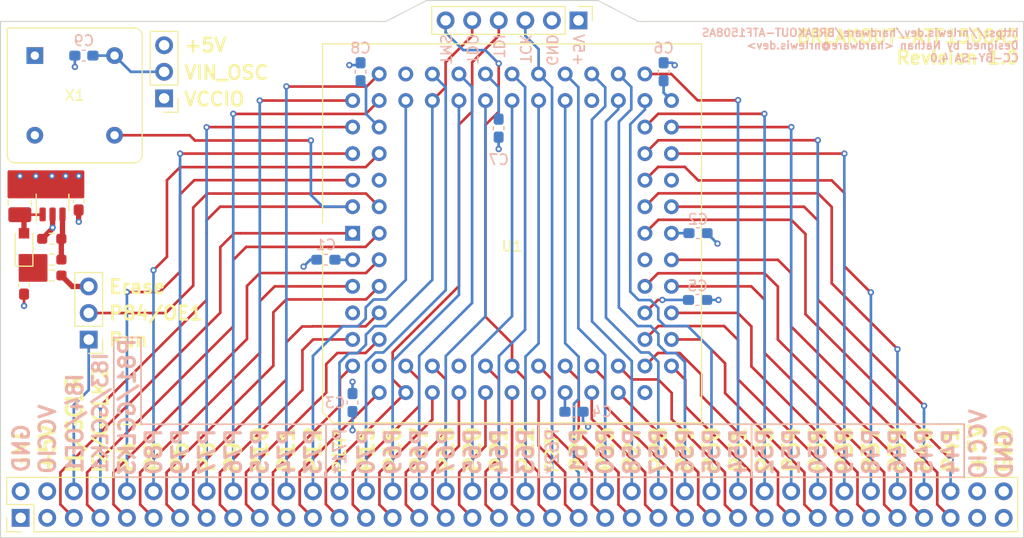
<source format=kicad_pcb>
(kicad_pcb (version 20211014) (generator pcbnew)
  (layers (0 "F.Cu" signal) (1 "In1.Cu" power) (2 "In2.Cu" power) (31 "B.Cu" signal) (34 "B.Paste" user) (35 "F.Paste" user) (36 "B.SilkS" user "B.Silkscreen") (37 "F.SilkS" user "F.Silkscreen") (38 "B.Mask" user) (39 "F.Mask" user) (44 "Edge.Cuts" user))
  (net 0 "")
  (net 1 "/P1")
  (net 2 "/P2")
  (net 3 "/P4")
  (net 4 "/P84")
  (net 5 "GND")
  (net 6 "/P83")
  (net 7 "+3V3")
  (net 8 "/P81")
  (net 9 "/P80")
  (net 10 "+5V")
  (net 11 "/P5")
  (net 12 "/P6")
  (net 13 "/P79")
  (net 14 "/P77")
  (net 15 "/P76")
  (net 16 "/P75")
  (net 17 "/P74")
  (net 18 "/P8")
  (net 19 "/P9")
  (net 20 "/P10")
  (net 21 "/P11")
  (net 22 "/P12")
  (net 23 "/P14")
  (net 24 "/P15")
  (net 25 "/P16")
  (net 26 "/P17")
  (net 27 "/P18")
  (net 28 "/P73")
  (net 29 "/P71")
  (net 30 "/P70")
  (net 31 "/P69")
  (net 32 "/P68")
  (net 33 "/P20")
  (net 34 "/P21")
  (net 35 "/P67")
  (net 36 "/P65")
  (net 37 "/P64")
  (net 38 "/P63")
  (net 39 "/P62")
  (net 40 "/P61")
  (net 41 "/P60")
  (net 42 "/P58")
  (net 43 "/P57")
  (net 44 "/P56")
  (net 45 "/P55")
  (net 46 "/P54")
  (net 47 "/P52")
  (net 48 "/P51")
  (net 49 "/P50")
  (net 50 "/P49")
  (net 51 "/P48")
  (net 52 "/P46")
  (net 53 "/P45")
  (net 54 "/P44")
  (net 55 "/P22")
  (net 56 "/P23")
  (net 57 "/P24")
  (net 58 "/P25")
  (net 59 "/P27")
  (net 60 "/P28")
  (net 61 "/P29")
  (net 62 "/P30")
  (net 63 "/P31")
  (net 64 "/P33")
  (net 65 "/P34")
  (net 66 "/P35")
  (net 67 "/P36")
  (net 68 "/P37")
  (net 69 "/P39")
  (net 70 "/P40")
  (net 71 "/P41")
  (net 73 "Net-(C9-Pad1)")
  (net 74 "+12V")
  (net 75 "Net-(D1-Pad2)")
  (net 76 "OE1")
  (net 77 "Net-(R1-Pad2)")
  (net 78 "Net-(JP2-Pad3)")
  (footprint "Resistor_SMD:R_0603_1608Metric_Pad0.98x0.95mm_HandSolder" (layer "F.Cu") (at 102.9875 94.29)
    (fp_text reference "R1" hide)
    (fp_text value "52k3" hide)
  )
  (footprint "Resistor_SMD:R_0603_1608Metric_Pad0.98x0.95mm_HandSolder" (layer "F.Cu") (at 102.99 95.81)
    (fp_text reference "R3" hide)
    (fp_text value "2k2" hide)
  )
  (footprint "Connector_PinHeader_2.54mm:PinHeader_1x06_P2.54mm_Vertical" (layer "F.Cu") (at 153.33 71.4 -90)
    (fp_text reference "J2" hide)
    (fp_text value "JTAG" hide)
  )
  (footprint "Diode_SMD:D_SOD-323_HandSoldering" (layer "F.Cu") (at 100.325 93.02 90)
    (fp_text reference "D1" hide)
    (fp_text value "1N5819" hide)
  )
  (footprint "Inductor_SMD:L_1008_2520Metric_Pad1.43x2.20mm_HandSolder" (layer "F.Cu") (at 99.925 88.8325 -90)
    (fp_text reference "L1" hide)
    (fp_text value "10u" hide)
  )
  (footprint "Resistor_SMD:R_0603_1608Metric_Pad0.98x0.95mm_HandSolder" (layer "F.Cu") (at 102.98 92.3 180)
    (fp_text reference "R2" hide)
    (fp_text value "6k04" hide)
  )
  (footprint "Capacitor_SMD:C_0603_1608Metric_Pad1.08x0.95mm_HandSolder" (layer "F.Cu") (at 105.55 88.6825 -90)
    (fp_text reference "C10" hide)
    (fp_text value "1u" hide)
  )
  (footprint "Connector_PinHeader_2.54mm:PinHeader_1x03_P2.54mm_Vertical" (layer "F.Cu") (at 106.51 101.94 180)
    (fp_text reference "JP2" hide)
    (fp_text value "VPP" hide)
  )
  (footprint "Package_TO_SOT_SMD:SOT-23-5" (layer "F.Cu") (at 103.055 88.83 90)
    (fp_text reference "U2" hide)
    (fp_text value "AP3012" hide)
  )
  (footprint "Connector_PinHeader_2.54mm:PinHeader_1x03_P2.54mm_Vertical" (layer "F.Cu") (at 113.72 78.86 180)
    (fp_text reference "JP1" hide)
    (fp_text value "Voltage Select" hide)
  )
  (footprint "Capacitor_SMD:C_0603_1608Metric_Pad1.08x0.95mm_HandSolder" (layer "F.Cu") (at 100.33 96.73 -90)
    (fp_text reference "C11" hide)
    (fp_text value "1u" hide)
  )
  (footprint "Connector_PinHeader_2.54mm:PinHeader_2x38_P2.54mm_Vertical" (layer "F.Cu") (at 100.005 119 90)
    (fp_text reference "J1" hide)
    (fp_text value "IO" hide)
  )
  (footprint "Package_LCC:PLCC-84_THT-Socket" (layer "F.Cu") (at 131.74 91.77 90)
    (fp_text reference "U1")
    (fp_text value "ATF1508AS-xJx84" hide)
  )
  (footprint "Oscillator:Oscillator_DIP-8" (layer "F.Cu") (at 101.36 74.77 -90)
    (fp_text reference "X1")
    (fp_text value "CXO_DIP8" hide)
  )
  (footprint "Capacitor_SMD:C_0603_1608Metric_Pad1.08x0.95mm_HandSolder" (layer "B.Cu") (at 106.05 74.77 180)
    (fp_text reference "C9")
    (fp_text value "100n" hide)
  )
  (footprint "Capacitor_SMD:C_0603_1608Metric_Pad1.08x0.95mm_HandSolder" (layer "B.Cu") (at 164.7525 91.76)
    (fp_text reference "C2")
    (fp_text value "100n" hide)
  )
  (footprint "Capacitor_SMD:C_0603_1608Metric_Pad1.08x0.95mm_HandSolder" (layer "B.Cu") (at 164.7125 98.15)
    (fp_text reference "C5")
    (fp_text value "100n" hide)
  )
  (footprint "Capacitor_SMD:C_0603_1608Metric_Pad1.08x0.95mm_HandSolder" (layer "B.Cu") (at 152.9 108.85)
    (fp_text reference "C4")
    (fp_text value "100n" hide)
  )
  (footprint "Capacitor_SMD:C_0603_1608Metric_Pad1.08x0.95mm_HandSolder" (layer "B.Cu") (at 132.5 76.3175 90)
    (fp_text reference "C8")
    (fp_text value "100n" hide)
  )
  (footprint "Capacitor_SMD:C_0603_1608Metric_Pad1.08x0.95mm_HandSolder" (layer "B.Cu") (at 131.73 107.9725 -90)
    (fp_text reference "C3")
    (fp_text value "100n" hide)
  )
  (footprint "Capacitor_SMD:C_0603_1608Metric_Pad1.08x0.95mm_HandSolder" (layer "B.Cu") (at 161.47 76.3175 90)
    (fp_text reference "C6")
    (fp_text value "100n" hide)
  )
  (footprint "Capacitor_SMD:C_0603_1608Metric_Pad1.08x0.95mm_HandSolder" (layer "B.Cu") (at 145.7 81.7125 -90)
    (fp_text reference "C7")
    (fp_text value "100n" hide)
  )
  (footprint "Capacitor_SMD:C_0603_1608Metric_Pad1.08x0.95mm_HandSolder" (layer "B.Cu") (at 129.1875 94.3 180)
    (fp_text reference "C1")
    (fp_text value "100n" hide)
  )
  (gr_line (start 111.51 101.74) (end 111.51 110.05) (layer "B.SilkS") (width 0.15))
  (gr_line (start 149.56 114.13) (end 149.56 111.17) (layer "B.SilkS") (width 0.15))
  (gr_line (start 149.56 115.11) (end 149.56 114.13) (layer "B.SilkS") (width 0.15))
  (gr_line (start 169.88 114.69) (end 169.88 111.29) (layer "B.SilkS") (width 0.15))
  (gr_line (start 149.56 115.11) (end 129.2 115.11) (layer "B.SilkS") (width 0.15))
  (gr_line (start 190.21 115.11) (end 169.88 115.11) (layer "B.SilkS") (width 0.15))
  (gr_line (start 169.88 110.04) (end 149.56 110.04) (layer "B.SilkS") (width 0.15))
  (gr_line (start 169.88 114.69) (end 169.88 115.11) (layer "B.SilkS") (width 0.15))
  (gr_line (start 129.2 110.05) (end 129.2 115.11) (layer "B.SilkS") (width 0.15))
  (gr_line (start 108.91 101.74) (end 111.51 101.74) (layer "B.SilkS") (width 0.15))
  (gr_line (start 149.56 110.04) (end 129.2 110.05) (layer "B.SilkS") (width 0.15))
  (gr_line (start 108.91 115.11) (end 108.91 110.51) (layer "B.SilkS") (width 0.15))
  (gr_line (start 190.21 110.03) (end 190.21 115.11) (layer "B.SilkS") (width 0.15))
  (gr_line (start 169.88 110.04) (end 190.21 110.03) (layer "B.SilkS") (width 0.15))
  (gr_line (start 169.88 115.11) (end 149.56 115.11) (layer "B.SilkS") (width 0.15))
  (gr_line (start 169.88 111.29) (end 169.88 110.04) (layer "B.SilkS") (width 0.15))
  (gr_line (start 129.2 115.11) (end 108.91 115.11) (layer "B.SilkS") (width 0.15))
  (gr_line (start 108.91 110.51) (end 108.91 110.05) (layer "B.SilkS") (width 0.15))
  (gr_line (start 149.56 111.17) (end 149.56 110.04) (layer "B.SilkS") (width 0.15))
  (gr_line (start 108.91 101.88) (end 108.91 101.74) (layer "B.SilkS") (width 0.15))
  (gr_line (start 108.91 110.05) (end 108.91 101.88) (layer "B.SilkS") (width 0.15))
  (gr_line (start 111.51 110.05) (end 129.2 110.05) (layer "B.SilkS") (width 0.15))
  (gr_line (start 149.54 111.03) (end 149.54 110.05) (layer "F.SilkS") (width 0.15))
  (gr_line (start 190.19 110.05) (end 190.19 115.13) (layer "F.SilkS") (width 0.15))
  (gr_line (start 169.86 110.05) (end 169.86 110.47) (layer "F.SilkS") (width 0.15))
  (gr_line (start 108.89 115.11) (end 108.89 114.65) (layer "F.SilkS") (width 0.15))
  (gr_line (start 149.54 113.99) (end 149.54 111.03) (layer "F.SilkS") (width 0.15))
  (gr_line (start 149.54 110.05) (end 169.86 110.05) (layer "F.SilkS") (width 0.15))
  (gr_line (start 169.86 113.87) (end 169.86 110.47) (layer "F.SilkS") (width 0.15))
  (gr_line (start 149.54 115.12) (end 169.86 115.12) (layer "F.SilkS") (width 0.15))
  (gr_line (start 129.18 115.11) (end 149.54 115.12) (layer "F.SilkS") (width 0.15))
  (gr_line (start 108.89 114.65) (end 108.89 110.05) (layer "F.SilkS") (width 0.15))
  (gr_line (start 129.18 115.11) (end 108.89 115.11) (layer "F.SilkS") (width 0.15))
  (gr_line (start 129.18 110.05) (end 129.18 115.11) (layer "F.SilkS") (width 0.15))
  (gr_line (start 169.86 115.12) (end 169.86 113.87) (layer "F.SilkS") (width 0.15))
  (gr_line (start 108.89 110.05) (end 129.18 110.05) (layer "F.SilkS") (width 0.15))
  (gr_line (start 149.54 115.12) (end 149.54 113.99) (layer "F.SilkS") (width 0.15))
  (gr_line (start 190.19 115.13) (end 169.86 115.12) (layer "F.SilkS") (width 0.15))
  (gr_line (start 169.86 110.05) (end 190.19 110.05) (layer "F.SilkS") (width 0.15))
  (gr_line (start 129.18 110.05) (end 149.54 110.05) (layer "F.SilkS") (width 0.15))
  (gr_line (start 195.88 117.02) (end 195.88 71.5) (layer "Edge.Cuts") (width 0.1))
  (gr_line (start 159.04 71.5) (end 160.56 71.5) (layer "Edge.Cuts") (width 0.1))
  (gr_line (start 98.08 120.9) (end 98.8 120.9) (layer "Edge.Cuts") (width 0.1))
  (gr_line (start 195.88 120.42) (end 195.88 117.02) (layer "Edge.Cuts") (width 0.1))
  (gr_line (start 138.8 69.5) (end 140.03 69.5) (layer "Edge.Cuts") (width 0.1))
  (gr_line (start 191.84 71.5) (end 160.56 71.5) (layer "Edge.Cuts") (width 0.1))
  (gr_line (start 194.15 71.5) (end 191.84 71.5) (layer "Edge.Cuts") (width 0.1))
  (gr_line (start 98.08 116.23) (end 98.08 106.06) (layer "Edge.Cuts") (width 0.1))
  (gr_line (start 134.92 71.5) (end 138.8 69.5) (layer "Edge.Cuts") (width 0.1))
  (gr_line (start 195.88 71.5) (end 194.15 71.5) (layer "Edge.Cuts") (width 0.1))
  (gr_line (start 98.08 106.06) (end 98.08 71.5) (layer "Edge.Cuts") (width 0.1))
  (gr_line (start 159.04 71.5) (end 155.2 69.5) (layer "Edge.Cuts") (width 0.1))
  (gr_line (start 140.03 69.5) (end 155.2 69.5) (layer "Edge.Cuts") (width 0.1))
  (gr_line (start 98.08 71.5) (end 134.92 71.5) (layer "Edge.Cuts") (width 0.1))
  (gr_line (start 195.88 120.9) (end 195.88 120.42) (layer "Edge.Cuts") (width 0.1))
  (gr_line (start 98.08 120.9) (end 98.08 120.29) (layer "Edge.Cuts") (width 0.1))
  (gr_line (start 98.08 120.29) (end 98.08 116.23) (layer "Edge.Cuts") (width 0.1))
  (gr_line (start 98.8 120.9) (end 195.88 120.9) (layer "Edge.Cuts") (width 0.1))
  (gr_text "P48" (at 181.31 110.31 90) (layer "B.SilkS") (effects (font (size 1.5 1.5) (thickness 0.3)) (justify left mirror)))
  (gr_text "P62*" (at 150.83 110.31 90) (layer "B.SilkS") (effects (font (size 1.2 1.2) (thickness 0.2)) (justify left mirror)))
  (gr_text "https://nrlewis.dev/hardware/BREAKOUT-ATF1508AS\nDesigned by Nathan <hardware@nrlewis.dev>\nCC-BY-SA 4.0" (at 195.51 73.79) (layer "B.SilkS") (effects (font (size 0.75 0.75)) (justify left mirror)))
  (gr_text "P73" (at 127.97 110.31 90) (layer "B.SilkS") (effects (font (size 1.5 1.5) (thickness 0.3)) (justify left mirror)))
  (gr_text "VCCIO" (at 191.54 108.44 90) (layer "B.SilkS") (effects (font (size 1.5 1.5) (thickness 0.3)) (justify left mirror)))
  (gr_text "P55" (at 166.07 110.31 90) (layer "B.SilkS") (effects (font (size 1.5 1.5) (thickness 0.3)) (justify left mirror)))
  (gr_text "GND" (at 100.07 112.34 90) (layer "B.SilkS") (effects (font (size 1.5 1.5) (thickness 0.3)) (justify mirror)))
  (gr_text "P44" (at 188.93 110.31 90) (layer "B.SilkS") (effects (font (size 1.5 1.5) (thickness 0.3)) (justify left mirror)))
  (gr_text "I84/OE1" (at 105.2 105.02 90) (layer "B.SilkS") (effects (font (size 1.5 1.5) (thickness 0.3)) (justify left mirror)))
  (gr_text "P56" (at 163.53 110.31 90) (layer "B.SilkS") (effects (font (size 1.5 1.5) (thickness 0.3)) (justify left mirror)))
  (gr_text "P57" (at 160.99 110.31 90) (layer "B.SilkS") (effects (font (size 1.5 1.5) (thickness 0.3)) (justify left mirror)))
  (gr_text "GND" (at 194.04 110.45 90) (layer "B.SilkS") (effects (font (size 1.5 1.5) (thickness 0.3)) (justify left mirror)))
  (gr_text "P68" (at 138.13 110.31 90) (layer "B.SilkS") (effects (font (size 1.5 1.5) (thickness 0.3)) (justify left mirror)))
  (gr_text "P46" (at 183.85 110.31 90) (layer "B.SilkS") (effects (font (size 1.5 1.5) (thickness 0.3)) (justify left mirror)))
  (gr_text "P74" (at 125.43 110.31 90) (layer "B.SilkS") (effects (font (size 1.5 1.5) (thickness 0.3)) (justify left mirror)))
  (gr_text "P51" (at 173.69 110.31 90) (layer "B.SilkS") (effects (font (size 1.5 1.5) (thickness 0.3)) (justify left mirror)))
  (gr_text "P67" (at 140.67 110.31 90) (layer "B.SilkS") (effects (font (size 1.5 1.5) (thickness 0.3)) (justify left mirror)))
  (gr_text "P45" (at 186.39 110.31 90) (layer "B.SilkS") (effects (font (size 1.5 1.5) (thickness 0.3)) (justify left mirror)))
  (gr_text "TDO" (at 143.17 72.62 270) (layer "B.SilkS") (effects (font (size 1 1)) (justify right mirror)))
  (gr_text "VCCIO" (at 102.57 107.99 90) (layer "B.SilkS") (effects (font (size 1.5 1.5) (thickness 0.3)) (justify left mirror)))
  (gr_text "+5V" (at 153.33 72.62 270) (layer "B.SilkS") (effects (font (size 1 1)) (justify right mirror)))
  (gr_text "GND" (at 150.79 72.62 270) (layer "B.SilkS") (effects (font (size 1 1)) (justify right mirror)))
  (gr_text "P50" (at 176.23 110.31 90) (layer "B.SilkS") (effects (font (size 1.5 1.5) (thickness 0.3)) (justify left mirror)))
  (gr_text "P60" (at 155.91 110.31 90) (layer "B.SilkS") (effects (font (size 1.5 1.5) (thickness 0.3)) (justify left mirror)))
  (gr_text "P71*" (at 130.51 110.31 90) (layer "B.SilkS") (effects (font (size 1.2 1.2) (thickness 0.2)) (justify left mirror)))
  (gr_text "P63" (at 148.29 110.31 90) (layer "B.SilkS") (effects (font (size 1.5 1.5) (thickness 0.3)) (justify left mirror)))
  (gr_text "I83/GCLK1" (at 107.62 103.05 90) (layer "B.SilkS") (effects (font (size 1.4 1.4) (thickness 0.275)) (justify left mirror)))
  (gr_text "P77" (at 117.81 110.31 90) (layer "B.SilkS") (effects (font (size 1.5 1.5) (thickness 0.3)) (justify left mirror)))
  (gr_text "P80" (at 112.73 110.31 90) (layer "B.SilkS") (effects (font (size 1.5 1.5) (thickness 0.3)) (justify left mirror)))
  (gr_text "P54" (at 168.61 110.31 90) (layer "B.SilkS") (effects (font (size 1.5 1.5) (thickness 0.3)) (justify left mirror)))
  (gr_text "P69" (at 135.59 110.31 90) (layer "B.SilkS") (effects (font (size 1.5 1.5) (thickness 0.3)) (justify left mirror)))
  (gr_text "P76" (at 120.35 110.31 90) (layer "B.SilkS") (effects (font (size 1.5 1.5) (thickness 0.3)) (justify left mirror)))
  (gr_text "P70" (at 133.05 110.31 90) (layer "B.SilkS") (effects (font (size 1.5 1.5) (thickness 0.3)) (justify left mirror)))
  (gr_text "P49" (at 178.77 110.31 90) (layer "B.SilkS") (effects (font (size 1.5 1.5) (thickness 0.3)) (justify left mirror)))
  (gr_text "P75" (at 122.89 110.31 90) (layer "B.SilkS") (effects (font (size 1.5 1.5) (thickness 0.3)) (justify left mirror)))
  (gr_text "P79" (at 115.27 110.31 90) (layer "B.SilkS") (effects (font (size 1.5 1.5) (thickness 0.3)) (justify left mirror)))
  (gr_text "TDI" (at 145.71 72.62 270) (layer "B.SilkS") (effects (font (size 1 1)) (justify right mirror)))
  (gr_text "P52" (at 171.15 110.31 90) (layer "B.SilkS") (effects (font (size 1.5 1.5) (thickness 0.3)) (justify left mirror)))
  (gr_text "P81/GCLK3" (at 110.19 101.67 90) (layer "B.SilkS") (effects (font (size 1.5 1.5) (thickness 0.3)) (justify left mirror)))
  (gr_text "P61" (at 153.37 110.31 90) (layer "B.SilkS") (effects (font (size 1.5 1.5) (thickness 0.3)) (justify left mirror)))
  (gr_text "P64" (at 145.75 110.31 90) (layer "B.SilkS") (effects (font (size 1.5 1.5) (thickness 0.3)) (justify left mirror)))
  (gr_text "P65" (at 143.21 110.31 90) (layer "B.SilkS") (effects (font (size 1.5 1.5) (thickness 0.3)) (justify left mirror)))
  (gr_text "TMS" (at 140.63 72.62 270) (layer "B.SilkS") (effects (font (size 1 1)) (justify right mirror)))
  (gr_text "TCK" (at 148.25 72.62 270) (layer "B.SilkS") (effects (font (size 1 1)) (justify right mirror)))
  (gr_text "P58" (at 158.45 110.31 90) (layer "B.SilkS") (effects (font (size 1.5 1.5) (thickness 0.3)) (justify left mirror)))
  (gr_text "P23*" (at 150.81 114.85 90) (layer "F.SilkS") (effects (font (size 1.2 1.2) (thickness 0.2)) (justify left)))
  (gr_text "GND" (at 100.07 112.34 90) (layer "F.SilkS") (effects (font (size 1.5 1.5) (thickness 0.3))))
  (gr_text "P37" (at 181.29 114.85 90) (layer "F.SilkS") (effects (font (size 1.5 1.5) (thickness 0.3)) (justify left)))
  (gr_text "P24" (at 153.35 114.85 90) (layer "F.SilkS") (effects (font (size 1.5 1.5) (thickness 0.3)) (justify left)))
  (gr_text "P14*" (at 130.49 114.85 90) (layer "F.SilkS") (effects (font (size 1.2 1.2) (thickness 0.2)) (justify left)))
  (gr_text "P29" (at 163.51 114.85 90) (layer "F.SilkS") (effects (font (size 1.5 1.5) (thickness 0.3)) (justify left)))
  (gr_text "VIN_OSC" (at 115.51 76.4) (layer "F.SilkS") (effects (font (size 1.3 1.3) (thickness 0.25)) (justify left)))
  (gr_text "P21" (at 145.73 114.85 90) (layer "F.SilkS") (effects (font (size 1.5 1.5) (thickness 0.3)) (justify left)))
  (gr_text "P33" (at 171.13 114.85 90) (layer "F.SilkS") (effects (font (size 1.5 1.5) (thickness 0.3)) (justify left)))
  (gr_text "P84/OE1" (at 108.31 99.42) (layer "F.SilkS") (effects (font (size 1.3 1.3) (thickness 0.25)) (justify left)))
  (gr_text "P12" (at 127.95 114.85 90) (layer "F.SilkS") (effects (font (size 1.5 1.5) (thickness 0.3)) (justify left)))
  (gr_text "P36" (at 178.75 114.85 90) (layer "F.SilkS") (effects (font (size 1.5 1.5) (thickness 0.3)) (justify left)))
  (gr_text "+5V" (at 102.58 114.85 90) (layer "F.SilkS") (effects (font (size 1.5 1.5) (thickness 0.3)) (justify left)))
  (gr_text "+5V" (at 115.52 73.78) (layer "F.SilkS") (effects (font (size 1.3 1.3) (thickness 0.25)) (justify left)))
  (gr_text "P11" (at 125.41 114.85 90) (layer "F.SilkS") (effects (font (size 1.5 1.5) (thickness 0.3)) (justify left)))
  (gr_text "P17" (at 138.11 114.85 90) (layer "F.SilkS") (effects (font (size 1.5 1.5) (thickness 0.3)) (justify left)))
  (gr_text "P10" (at 122.87 114.85 90) (layer "F.SilkS") (effects (font (size 1.5 1.5) (thickness 0.3)) (justify left)))
  (gr_text "P16" (at 135.57 114.85 90) (layer "F.SilkS") (effects (font (size 1.5 1.5) (thickness 0.3)) (justify left)))
  (gr_text "I1/GCLR" (at 105.18 114.89 90) (layer "F.SilkS") (effects (font (size 1.5 1.5) (thickness 0.3)) (justify left)))
  (gr_text "P6" (at 115.25 114.85 90) (layer "F.SilkS") (effects (font (size 1.5 1.5) (thickness 0.3)) (justify left)))
  (gr_text "Erase" (at 108.31 96.89) (layer "F.SilkS") (effects (font (size 1.3 1.3) (thickness 0.25)) (justify left)))
  (gr_text "BREAKOUT-ATF1508AS\nRevision 1.0" (at 195.58 73.96) (layer "F.SilkS") (effects (font (size 1.25 1.25) (thickness 0.25)) (justify right)))
  (gr_text "P18" (at 140.65 114.85 90) (layer "F.SilkS") (effects (font (size 1.5 1.5) (thickness 0.3)) (justify left)))
  (gr_text "P25" (at 155.89 114.85 90) (layer "F.SilkS") (effects (font (size 1.5 1.5) (thickness 0.3)) (justify left)))
  (gr_text "P5" (at 112.71 114.85 90) (layer "F.SilkS") (effects (font (size 1.5 1.5) (thickness 0.3)) (justify left)))
  (gr_text "P40" (at 186.37 114.85 90) (layer "F.SilkS") (effects (font (size 1.5 1.5) (thickness 0.3)) (justify left)))
  (gr_text "P41" (at 188.91 114.85 90) (layer "F.SilkS") (effects (font (size 1.5 1.5) (thickness 0.3)) (justify left)))
  (gr_text "P27" (at 158.43 114.85 90) (layer "F.SilkS") (effects (font (size 1.5 1.5) (thickness 0.3)) (justify left)))
  (gr_text "P28" (at 160.97 114.85 90) (layer "F.SilkS") (effects (font (size 1.5 1.5) (thickness 0.3)) (justify left)))
  (gr_text "VCCIO" (at 115.51 78.94) (layer "F.SilkS") (effects (font (size 1.3 1.3) (thickness 0.25)) (justify left)))
  (gr_text "P9" (at 120.33 114.85 90) (layer "F.SilkS") (effects (font (size 1.5 1.5) (thickness 0.3)) (justify left)))
  (gr_text "P15" (at 133.03 114.85 90) (layer "F.SilkS") (effects (font (size 1.5 1.5) (thickness 0.3)) (justify left)))
  (gr_text "P4" (at 110.17 114.85 90) (layer "F.SilkS") (effects (font (size 1.5 1.5) (thickness 0.3)) (justify left)))
  (gr_text "GND" (at 193.99 114.85 90) (layer "F.SilkS") (effects (font (size 1.5 1.5) (thickness 0.3)) (justify left)))
  (gr_text "P30" (at 166.05 114.85 90) (layer "F.SilkS") (effects (font (size 1.5 1.5) (thickness 0.3)) (justify left)))
  (gr_text "P35" (at 176.21 114.85 90) (layer "F.SilkS") (effects (font (size 1.5 1.5) (thickness 0.3)) (justify left)))
  (gr_text "P8" (at 117.79 114.85 90) (layer "F.SilkS") (effects (font (size 1.5 1.5) (thickness 0.3)) (justify left)))
  (gr_text "P22" (at 148.27 114.85 90) (layer "F.SilkS") (effects (font (size 1.5 1.5) (thickness 0.3)) (justify left)))
  (gr_text "+5V" (at 191.45 114.85 90) (layer "F.SilkS") (effects (font (size 1.5 1.5) (thickness 0.3)) (justify left)))
  (gr_text "I2/GCLK2" (at 107.63 114.85 90) (layer "F.SilkS") (effects (font (size 1.4 1.4) (thickness 0.25)) (justify left)))
  (gr_text "P34" (at 173.67 114.85 90) (layer "F.SilkS") (effects (font (size 1.5 1.5) (thickness 0.3)) (justify left)))
  (gr_text "P20" (at 143.19 114.85 90) (layer "F.SilkS") (effects (font (size 1.5 1.5) (thickness 0.3)) (justify left)))
  (gr_text "P39" (at 183.83 114.85 90) (layer "F.SilkS") (effects (font (size 1.5 1.5) (thickness 0.3)) (justify left)))
  (gr_text "Run" (at 108.31 101.98) (layer "F.SilkS") (effects (font (size 1.3 1.3) (thickness 0.25)) (justify left)))
  (gr_text "P31" (at 168.59 114.85 90) (layer "F.SilkS") (effects (font (size 1.5 1.5) (thickness 0.3)) (justify left)))
  (segment (start 103.805 117.72) (end 103.805 114.655) (width 0.254) (layer "F.Cu") (net 1))
  (segment (start 120.42 91.77) (end 121.04 91.77) (width 0.254) (layer "F.Cu") (net 1))
  (segment (start 119.09 99.37) (end 119.09 93.1) (width 0.254) (layer "F.Cu") (net 1))
  (segment (start 131.74 91.77) (end 121.04 91.77) (width 0.254) (layer "F.Cu") (net 1))
  (segment (start 119.09 93.1) (end 120.42 91.77) (width 0.254) (layer "F.Cu") (net 1))
  (segment (start 103.805 114.655) (end 119.09 99.37) (width 0.254) (layer "F.Cu") (net 1))
  (segment (start 105.085 119) (end 103.805 117.72) (width 0.254) (layer "F.Cu") (net 1))
  (segment (start 106.36 117.735) (end 106.36 114.65) (width 0.254) (layer "F.Cu") (net 2))
  (segment (start 132.975 93.075) (end 121.575 93.075) (width 0.254) (layer "F.Cu") (net 2))
  (segment (start 107.625 119) (end 106.36 117.735) (width 0.254) (layer "F.Cu") (net 2))
  (segment (start 134.28 91.77) (end 132.975 93.075) (width 0.254) (layer "F.Cu") (net 2))
  (segment (start 120.33 100.68) (end 120.33 94.32) (width 0.254) (layer "F.Cu") (net 2))
  (segment (start 106.36 114.65) (end 120.33 100.68) (width 0.254) (layer "F.Cu") (net 2))
  (segment (start 120.33 94.32) (end 121.575 93.075) (width 0.254) (layer "F.Cu") (net 2))
  (segment (start 108.88 114.65) (end 108.88 117.715) (width 0.254) (layer "F.Cu") (net 3))
  (segment (start 121.64 101.89) (end 108.88 114.65) (width 0.254) (layer "F.Cu") (net 3))
  (segment (start 133.015 95.575) (end 122.875 95.575) (width 0.254) (layer "F.Cu") (net 3))
  (segment (start 121.64 96.81) (end 121.64 101.89) (width 0.254) (layer "F.Cu") (net 3))
  (segment (start 134.28 94.31) (end 133.015 95.575) (width 0.254) (layer "F.Cu") (net 3))
  (segment (start 108.88 117.715) (end 110.165 119) (width 0.254) (layer "F.Cu") (net 3))
  (segment (start 122.875 95.575) (end 121.64 96.81) (width 0.254) (layer "F.Cu") (net 3))
  (segment (start 116.5 96.78) (end 116.5 89.31) (width 0.254) (layer "F.Cu") (net 4))
  (segment (start 110.9 99.4) (end 113.88 99.4) (width 0.254) (layer "F.Cu") (net 4))
  (segment (start 133.02 87.97) (end 134.010932 88.960932) (width 0.254) (layer "F.Cu") (net 4))
  (segment (start 117.84 87.97) (end 118.48 87.97) (width 0.254) (layer "F.Cu") (net 4))
  (segment (start 114.22 99.06) (end 116.5 96.78) (width 0.254) (layer "F.Cu") (net 4))
  (segment (start 116.5 89.31) (end 117.84 87.97) (width 0.254) (layer "F.Cu") (net 4))
  (segment (start 106.51 99.4) (end 110.9 99.4) (width 0.254) (layer "F.Cu") (net 4))
  (segment (start 113.88 99.4) (end 114.22 99.06) (width 0.254) (layer "F.Cu") (net 4))
  (segment (start 118.48 87.97) (end 133.02 87.97) (width 0.254) (layer "F.Cu") (net 4))
  (segment (start 105.55 90.66) (end 105.56 90.67) (width 0.508) (layer "F.Cu") (net 5))
  (segment (start 103.055 89.9675) (end 103.055 91.215) (width 0.508) (layer "F.Cu") (net 5))
  (segment (start 100.33 97.5925) (end 100.33 98.72) (width 0.254) (layer "F.Cu") (net 5))
  (segment (start 103.055 91.215) (end 103.06 91.22) (width 0.508) (layer "F.Cu") (net 5))
  (segment (start 103.06 91.22) (end 103.06 91.3075) (width 0.508) (layer "F.Cu") (net 5))
  (segment (start 105.55 89.545) (end 105.55 90.66) (width 0.508) (layer "F.Cu") (net 5))
  (segment (start 103.06 91.3075) (end 102.0675 92.3) (width 0.508) (layer "F.Cu") (net 5))
  (via (at 131.73 110.62) (size 0.6) (drill 0.3) (layers "F.Cu" "B.Cu") (net 5))
  (via (at 145.7 83.71) (size 0.6) (drill 0.3) (layers "F.Cu" "B.Cu") (net 5))
  (via (at 127.05 94.96) (size 0.6) (drill 0.3) (layers "F.Cu" "B.Cu") (net 5))
  (via (at 166.71 98.15) (size 0.6) (drill 0.3) (layers "F.Cu" "B.Cu") (net 5))
  (via (at 105.56 90.67) (size 0.6) (drill 0.3) (layers "F.Cu" "B.Cu") (net 5))
  (via (at 131.43 75.68) (size 0.6) (drill 0.3) (layers "F.Cu" "B.Cu") (net 5))
  (via (at 105.19 75.85) (size 0.6) (drill 0.3) (layers "F.Cu" "B.Cu") (net 5))
  (via (at 166.62 92.76) (size 0.6) (drill 0.3) (layers "F.Cu" "B.Cu") (net 5))
  (via (at 154.25 110.28) (size 0.6) (drill 0.3) (layers "F.Cu" "B.Cu") (net 5))
  (via (at 103.06 91.22) (size 0.6) (drill 0.3) (layers "F.Cu" "B.Cu") (net 5))
  (via (at 100.33 98.72) (size 0.6) (drill 0.3) (layers "F.Cu" "B.Cu") (net 5))
  (via (at 162.53 75.69) (size 0.6) (drill 0.3) (layers "F.Cu" "B.Cu") (net 5))
  (segment (start 153.7625 108.85) (end 153.7625 109.7925) (width 0.254) (layer "B.Cu") (net 5))
  (segment (start 127.71 94.3) (end 127.05 94.96) (width 0.254) (layer "B.Cu") (net 5))
  (segment (start 165.615 91.76) (end 165.62 91.76) (width 0.254) (layer "B.Cu") (net 5))
  (segment (start 162.295 75.455) (end 162.53 75.69) (width 0.254) (layer "B.Cu") (net 5))
  (segment (start 131.73 108.835) (end 131.73 110.62) (width 0.254) (layer "B.Cu") (net 5))
  (segment (start 165.575 98.15) (end 166.71 98.15) (width 0.254) (layer "B.Cu") (net 5))
  (segment (start 105.1875 74.77) (end 105.1875 75.8475) (width 0.254) (layer "B.Cu") (net 5))
  (segment (start 128.325 94.3) (end 127.71 94.3) (width 0.254) (layer "B.Cu") (net 5))
  (segment (start 145.7 82.575) (end 145.7 83.71) (width 0.254) (layer "B.Cu") (net 5))
  (segment (start 132.275 75.68) (end 132.5 75.455) (width 0.254) (layer "B.Cu") (net 5))
  (segment (start 165.62 91.76) (end 166.62 92.76) (width 0.254) (layer "B.Cu") (net 5))
  (segment (start 105.1875 75.8475) (end 105.19 75.85) (width 0.254) (layer "B.Cu") (net 5))
  (segment (start 161.47 75.455) (end 162.295 75.455) (width 0.254) (layer "B.Cu") (net 5))
  (segment (start 153.7625 109.7925) (end 154.25 110.28) (width 0.254) (layer "B.Cu") (net 5))
  (segment (start 131.43 75.68) (end 132.275 75.68) (width 0.254) (layer "B.Cu") (net 5))
  (segment (start 108.98 106.95) (end 111.535 104.395) (width 0.254) (layer "F.Cu") (net 6))
  (segment (start 116.66 82.89) (end 116.45 82.68) (width 0.254) (layer "F.Cu") (net 6))
  (segment (start 131.74 89.23) (end 119.42 89.23) (width 0.254) (layer "F.Cu") (net 6))
  (segment (start 119.07 89.23) (end 119.42 89.23) (width 0.254) (layer "F.Cu") (net 6))
  (segment (start 127.75 82.89) (end 116.66 82.89) (width 0.254) (layer "F.Cu") (net 6))
  (segment (start 116.16 82.39) (end 108.98 82.39) (width 0.254) (layer "F.Cu") (net 6))
  (segment (start 111.535 104.395) (end 117.78 98.15) (width 0.254) (layer "F.Cu") (net 6))
  (segment (start 117.78 98.15) (end 117.78 90.52) (width 0.254) (layer "F.Cu") (net 6))
  (segment (start 107.63 108.3) (end 108.98 106.95) (width 0.254) (layer "F.Cu") (net 6))
  (segment (start 116.45 82.68) (end 116.16 82.39) (width 0.254) (layer "F.Cu") (net 6))
  (segment (start 117.78 90.52) (end 119.07 89.23) (width 0.254) (layer "F.Cu") (net 6))
  (via (at 107.63 108.3) (size 0.6) (drill 0.3) (layers "F.Cu" "B.Cu") (net 6))
  (via (at 127.75 82.89) (size 0.6) (drill 0.3) (layers "F.Cu" "B.Cu") (net 6))
  (segment (start 107.625 108.305) (end 107.63 108.3) (width 0.254) (layer "B.Cu") (net 6))
  (segment (start 128.88 89.23) (end 127.75 88.1) (width 0.254) (layer "B.Cu") (net 6))
  (segment (start 127.75 88.1) (end 127.75 82.89) (width 0.254) (layer "B.Cu") (net 6))
  (segment (start 131.74 89.23) (end 128.88 89.23) (width 0.254) (layer "B.Cu") (net 6))
  (segment (start 107.625 116.46) (end 107.625 108.305) (width 0.254) (layer "B.Cu") (net 6))
  (segment (start 160.92 98.15) (end 161.35 98.15) (width 0.254) (layer "F.Cu") (net 7))
  (segment (start 159.68 99.39) (end 160.92 98.15) (width 0.254) (layer "F.Cu") (net 7))
  (via (at 161.35 98.15) (size 0.6) (drill 0.3) (layers "F.Cu" "B.Cu") (net 7))
  (via (at 131.73 105.98) (size 0.6) (drill 0.3) (layers "F.Cu" "B.Cu") (net 7))
  (segment (start 152.0375 107.0325) (end 152.06 107.01) (width 0.254) (layer "B.Cu") (net 7))
  (segment (start 161.35 98.15) (end 163.85 98.15) (width 0.254) (layer "B.Cu") (net 7))
  (segment (start 161.47 77.18) (end 161.47 78.32) (width 0.254) (layer "B.Cu") (net 7))
  (segment (start 145.7 77.79) (end 144.44 76.53) (width 0.254) (layer "B.Cu") (net 7))
  (segment (start 133.02 80.35) (end 133.02 77.7) (width 0.254) (layer "B.Cu") (net 7))
  (segment (start 161.47 78.32) (end 162.22 79.07) (width 0.254) (layer "B.Cu") (net 7))
  (segment (start 145.7 80.85) (end 145.7 77.79) (width 0.254) (layer "B.Cu") (net 7))
  (segment (start 134.28 81.61) (end 133.02 80.35) (width 0.254) (layer "B.Cu") (net 7))
  (segment (start 152.0375 108.85) (end 152.0375 107.0325) (width 0.254) (layer "B.Cu") (net 7))
  (segment (start 133.02 77.7) (end 132.5 77.18) (width 0.254) (layer "B.Cu") (net 7))
  (segment (start 131.73 107.11) (end 131.73 105.98) (width 0.254) (layer "B.Cu") (net 7))
  (segment (start 113.295 97.395) (end 110.165 97.395) (width 0.254) (layer "F.Cu") (net 8))
  (segment (start 116.6 86.69) (end 115.25 88.04) (width 0.254) (layer "F.Cu") (net 8))
  (segment (start 115.25 95.44) (end 113.295 97.395) (width 0.254) (layer "F.Cu") (net 8))
  (segment (start 115.25 89.94) (end 115.25 95.44) (width 0.254) (layer "F.Cu") (net 8))
  (segment (start 131.74 86.69) (end 116.6 86.69) (width 0.254) (layer "F.Cu") (net 8))
  (segment (start 115.25 88.04) (end 115.25 89.94) (width 0.254) (layer "F.Cu") (net 8))
  (via (at 110.165 97.395) (size 0.6) (drill 0.3) (layers "F.Cu" "B.Cu") (net 8))
  (segment (start 110.165 116.46) (end 110.165 97.395) (width 0.254) (layer "B.Cu") (net 8))
  (segment (start 115.25 85.44) (end 113.99 86.7) (width 0.254) (layer "F.Cu") (net 9))
  (segment (start 132.99 85.44) (end 115.25 85.44) (width 0.254) (layer "F.Cu") (net 9))
  (segment (start 113.99 94.02) (end 112.705 95.305) (width 0.254) (layer "F.Cu") (net 9))
  (segment (start 134.28 84.15) (end 132.99 85.44) (width 0.254) (layer "F.Cu") (net 9))
  (segment (start 113.99 86.7) (end 113.99 94.02) (width 0.254) (layer "F.Cu") (net 9))
  (via (at 112.705 95.305) (size 0.6) (drill 0.3) (layers "F.Cu" "B.Cu") (net 9))
  (segment (start 112.705 116.46) (end 112.705 95.305) (width 0.254) (layer "B.Cu") (net 9))
  (segment (start 99.925 87.67) (end 102.0825 87.67) (width 0.508) (layer "F.Cu") (net 10))
  (segment (start 102.0825 87.67) (end 102.105 87.6925) (width 0.508) (layer "F.Cu") (net 10))
  (segment (start 104.005 87.6925) (end 105.4225 87.6925) (width 0.508) (layer "F.Cu") (net 10))
  (segment (start 105.4225 87.6925) (end 105.55 87.82) (width 0.508) (layer "F.Cu") (net 10))
  (segment (start 102.105 87.6925) (end 104.005 87.6925) (width 0.508) (layer "F.Cu") (net 10))
  (via (at 99.94 86.3) (size 0.6) (drill 0.3) (layers "F.Cu" "B.Cu") (net 10))
  (via (at 105.56 86.29) (size 0.6) (drill 0.3) (layers "F.Cu" "B.Cu") (net 10))
  (via (at 104.31 86.29) (size 0.6) (drill 0.3) (layers "F.Cu" "B.Cu") (net 10))
  (via (at 103 86.29) (size 0.6) (drill 0.3) (layers "F.Cu" "B.Cu") (net 10))
  (via (at 101.46 86.3) (size 0.6) (drill 0.3) (layers "F.Cu" "B.Cu") (net 10))
  (segment (start 163.89 91.76) (end 162.23 91.76) (width 0.254) (layer "B.Cu") (net 10))
  (segment (start 162.23 91.76) (end 162.22 91.77) (width 0.254) (layer "B.Cu") (net 10))
  (segment (start 131.74 94.31) (end 130.06 94.31) (width 0.254) (layer "B.Cu") (net 10))
  (segment (start 130.06 94.31) (end 130.05 94.3) (width 0.254) (layer "B.Cu") (net 10))
  (segment (start 111.43 117.725) (end 112.705 119) (width 0.254) (layer "F.Cu") (net 11))
  (segment (start 131.74 96.85) (end 124.29 96.85) (width 0.254) (layer "F.Cu") (net 11))
  (segment (start 111.43 114.65) (end 111.43 117.725) (width 0.254) (layer "F.Cu") (net 11))
  (segment (start 124.29 96.85) (end 122.87 98.27) (width 0.254) (layer "F.Cu") (net 11))
  (segment (start 122.87 98.27) (end 122.87 103.21) (width 0.254) (layer "F.Cu") (net 11))
  (segment (start 122.87 103.21) (end 111.43 114.65) (width 0.254) (layer "F.Cu") (net 11))
  (segment (start 120.435 108.175) (end 120.43 108.175) (width 0.254) (layer "F.Cu") (net 12))
  (segment (start 113.955 117.71) (end 115.245 119) (width 0.254) (layer "F.Cu") (net 12))
  (segment (start 120.43 108.175) (end 113.955 114.65) (width 0.254) (layer "F.Cu") (net 12))
  (segment (start 113.955 114.65) (end 113.955 117.71) (width 0.254) (layer "F.Cu") (net 12))
  (segment (start 134.28 96.85) (end 133.03 98.1) (width 0.254) (layer "F.Cu") (net 12))
  (segment (start 124.16 99.34) (end 124.16 104.45) (width 0.254) (layer "F.Cu") (net 12))
  (segment (start 124.16 104.45) (end 120.435 108.175) (width 0.254) (layer "F.Cu") (net 12))
  (segment (start 125.4 98.1) (end 124.16 99.34) (width 0.254) (layer "F.Cu") (net 12))
  (segment (start 133.03 98.1) (end 125.4 98.1) (width 0.254) (layer "F.Cu") (net 12))
  (segment (start 131.74 84.15) (end 115.25 84.15) (width 0.254) (layer "F.Cu") (net 13))
  (via (at 115.25 84.15) (size 0.6) (drill 0.3) (layers "F.Cu" "B.Cu") (net 13))
  (segment (start 115.245 84.155) (end 115.25 84.15) (width 0.254) (layer "B.Cu") (net 13))
  (segment (start 115.245 116.46) (end 115.245 84.155) (width 0.254) (layer "B.Cu") (net 13))
  (segment (start 117.8 81.61) (end 117.78 81.63) (width 0.254) (layer "F.Cu") (net 14))
  (segment (start 130.01 81.61) (end 117.8 81.61) (width 0.254) (layer "F.Cu") (net 14))
  (segment (start 131.74 81.61) (end 130.01 81.61) (width 0.254) (layer "F.Cu") (net 14))
  (via (at 117.78 81.63) (size 0.6) (drill 0.3) (layers "F.Cu" "B.Cu") (net 14))
  (segment (start 117.785 116.46) (end 117.785 91.755) (width 0.254) (layer "B.Cu") (net 14))
  (segment (start 117.78 91.75) (end 117.785 91.755) (width 0.254) (layer "B.Cu") (net 14))
  (segment (start 117.78 81.63) (end 117.78 91.75) (width 0.254) (layer "B.Cu") (net 14))
  (segment (start 120.34 80.35) (end 120.33 80.34) (width 0.254) (layer "F.Cu") (net 15))
  (segment (start 134.28 79.07) (end 133 80.35) (width 0.254) (layer "F.Cu") (net 15))
  (segment (start 133 80.35) (end 120.34 80.35) (width 0.254) (layer "F.Cu") (net 15))
  (via (at 120.33 80.34) (size 0.6) (drill 0.3) (layers "F.Cu" "B.Cu") (net 15))
  (segment (start 120.325 80.345) (end 120.33 80.34) (width 0.254) (layer "B.Cu") (net 15))
  (segment (start 120.325 91.775) (end 120.325 80.345) (width 0.254) (layer "B.Cu") (net 15))
  (segment (start 120.325 116.46) (end 120.325 91.775) (width 0.254) (layer "B.Cu") (net 15))
  (segment (start 124.14 79.07) (end 122.86 79.07) (width 0.254) (layer "F.Cu") (net 16))
  (segment (start 124.14 79.07) (end 131.74 79.07) (width 0.254) (layer "F.Cu") (net 16))
  (via (at 122.86 79.07) (size 0.6) (drill 0.3) (layers "F.Cu" "B.Cu") (net 16))
  (segment (start 122.865 91.765) (end 122.865 80.565) (width 0.254) (layer "B.Cu") (net 16))
  (segment (start 122.865 80.345) (end 122.865 80.565) (width 0.254) (layer "B.Cu") (net 16))
  (segment (start 122.86 80.34) (end 122.865 80.345) (width 0.254) (layer "B.Cu") (net 16))
  (segment (start 122.86 79.07) (end 122.86 80.34) (width 0.254) (layer "B.Cu") (net 16))
  (segment (start 122.865 116.46) (end 122.865 91.765) (width 0.254) (layer "B.Cu") (net 16))
  (segment (start 125.42 77.73) (end 125.41 77.72) (width 0.254) (layer "F.Cu") (net 17))
  (segment (start 134.28 76.53) (end 133.08 77.73) (width 0.254) (layer "F.Cu") (net 17))
  (segment (start 133.08 77.73) (end 125.42 77.73) (width 0.254) (layer "F.Cu") (net 17))
  (via (at 125.41 77.72) (size 0.6) (drill 0.3) (layers "F.Cu" "B.Cu") (net 17))
  (segment (start 125.405 91.775) (end 125.405 77.725) (width 0.254) (layer "B.Cu") (net 17))
  (segment (start 125.405 77.725) (end 125.41 77.72) (width 0.254) (layer "B.Cu") (net 17))
  (segment (start 125.405 116.46) (end 125.405 91.775) (width 0.254) (layer "B.Cu") (net 17))
  (segment (start 127.89 100.69) (end 126.92 100.69) (width 0.254) (layer "F.Cu") (net 18))
  (segment (start 126.92 100.69) (end 125.4 102.21) (width 0.254) (layer "F.Cu") (net 18))
  (segment (start 124.0475 107.1125) (end 124.0425 107.1125) (width 0.254) (layer "F.Cu") (net 18))
  (segment (start 132.995 100.675) (end 127.905 100.675) (width 0.254) (layer "F.Cu") (net 18))
  (segment (start 125.4 105.76) (end 124.0475 107.1125) (width 0.254) (layer "F.Cu") (net 18))
  (segment (start 124.0425 107.1125) (end 116.505 114.65) (width 0.254) (layer "F.Cu") (net 18))
  (segment (start 116.505 117.72) (end 117.785 119) (width 0.254) (layer "F.Cu") (net 18))
  (segment (start 134.28 99.39) (end 132.995 100.675) (width 0.254) (layer "F.Cu") (net 18))
  (segment (start 127.905 100.675) (end 127.89 100.69) (width 0.254) (layer "F.Cu") (net 18))
  (segment (start 125.4 102.21) (end 125.4 105.76) (width 0.254) (layer "F.Cu") (net 18))
  (segment (start 116.505 114.65) (end 116.505 117.72) (width 0.254) (layer "F.Cu") (net 18))
  (segment (start 119.055 114.65) (end 119.055 117.73) (width 0.254) (layer "F.Cu") (net 19))
  (segment (start 119.055 117.73) (end 120.325 119) (width 0.254) (layer "F.Cu") (net 19))
  (segment (start 127.97 101.93) (end 126.94 102.96) (width 0.254) (layer "F.Cu") (net 19))
  (segment (start 126.94 106.765) (end 119.055 114.65) (width 0.254) (layer "F.Cu") (net 19))
  (segment (start 131.74 101.93) (end 127.97 101.93) (width 0.254) (layer "F.Cu") (net 19))
  (segment (start 126.94 102.96) (end 126.94 106.765) (width 0.254) (layer "F.Cu") (net 19))
  (segment (start 121.555 117.69) (end 122.865 119) (width 0.254) (layer "F.Cu") (net 20))
  (segment (start 128.45 107.755) (end 121.555 114.65) (width 0.254) (layer "F.Cu") (net 20))
  (segment (start 134.28 101.93) (end 132.985 103.225) (width 0.254) (layer "F.Cu") (net 20))
  (segment (start 121.555 114.65) (end 121.555 117.69) (width 0.254) (layer "F.Cu") (net 20))
  (segment (start 128.475 107.755) (end 128.45 107.755) (width 0.254) (layer "F.Cu") (net 20))
  (segment (start 129.22 104.29) (end 129.22 107.01) (width 0.254) (layer "F.Cu") (net 20))
  (segment (start 130.285 103.225) (end 129.22 104.29) (width 0.254) (layer "F.Cu") (net 20))
  (segment (start 129.22 107.01) (end 128.475 107.755) (width 0.254) (layer "F.Cu") (net 20))
  (segment (start 132.985 103.225) (end 130.285 103.225) (width 0.254) (layer "F.Cu") (net 20))
  (segment (start 124.13 114.65) (end 124.13 117.725) (width 0.254) (layer "F.Cu") (net 21))
  (segment (start 124.13 117.725) (end 125.405 119) (width 0.254) (layer "F.Cu") (net 21))
  (segment (start 130.525 108.255) (end 124.13 114.65) (width 0.254) (layer "F.Cu") (net 21))
  (segment (start 130.525 108.255) (end 130.525 105.685) (width 0.254) (layer "F.Cu") (net 21))
  (segment (start 130.525 105.685) (end 131.74 104.47) (width 0.254) (layer "F.Cu") (net 21))
  (segment (start 126.68 117.735) (end 127.945 119) (width 0.254) (layer "F.Cu") (net 22))
  (segment (start 126.68 114.61) (end 126.68 117.735) (width 0.254) (layer "F.Cu") (net 22))
  (segment (start 134.28 107.01) (end 126.68 114.61) (width 0.254) (layer "F.Cu") (net 22))
  (segment (start 135.57 105.76) (end 135.57 103.15) (width 0.254) (layer "F.Cu") (net 23))
  (segment (start 136.82 107.01) (end 129.18 114.65) (width 0.254) (layer "F.Cu") (net 23))
  (segment (start 135.57 103.15) (end 141.9 96.82) (width 0.254) (layer "F.Cu") (net 23))
  (segment (start 141.9 96.82) (end 141.9 81.38) (width 0.254) (layer "F.Cu") (net 23))
  (segment (start 145.71 72.87) (end 145.71 71.4) (width 0.254) (layer "F.Cu") (net 23))
  (segment (start 136.82 107.01) (end 135.57 105.76) (width 0.254) (layer "F.Cu") (net 23))
  (segment (start 129.18 117.695) (end 129.18 114.65) (width 0.254) (layer "F.Cu") (net 23))
  (segment (start 130.485 119) (end 129.18 117.695) (width 0.254) (layer "F.Cu") (net 23))
  (segment (start 143.17 80.11) (end 143.17 75.41) (width 0.254) (layer "F.Cu") (net 23))
  (segment (start 141.9 81.38) (end 143.17 80.11) (width 0.254) (layer "F.Cu") (net 23))
  (segment (start 143.17 75.41) (end 145.71 72.87) (width 0.254) (layer "F.Cu") (net 23))
  (segment (start 131.755 114.65) (end 131.755 117.73) (width 0.254) (layer "F.Cu") (net 24))
  (segment (start 131.755 117.73) (end 133.025 119) (width 0.254) (layer "F.Cu") (net 24))
  (segment (start 136.82 104.47) (end 138.105 105.755) (width 0.254) (layer "F.Cu") (net 24))
  (segment (start 138.105 108.3) (end 131.755 114.65) (width 0.254) (layer "F.Cu") (net 24))
  (segment (start 138.105 108.3) (end 138.105 105.755) (width 0.254) (layer "F.Cu") (net 24))
  (segment (start 139.36 109.595) (end 134.305 114.65) (width 0.254) (layer "F.Cu") (net 25))
  (segment (start 134.305 114.65) (end 134.305 117.74) (width 0.254) (layer "F.Cu") (net 25))
  (segment (start 134.305 117.74) (end 135.565 119) (width 0.254) (layer "F.Cu") (net 25))
  (segment (start 139.36 109.595) (end 139.36 107.01) (width 0.254) (layer "F.Cu") (net 25))
  (segment (start 140.63 110.85) (end 136.83 114.65) (width 0.254) (layer "F.Cu") (net 26))
  (segment (start 136.83 117.725) (end 138.105 119) (width 0.254) (layer "F.Cu") (net 26))
  (segment (start 139.36 104.47) (end 140.63 105.74) (width 0.254) (layer "F.Cu") (net 26))
  (segment (start 140.63 105.74) (end 140.63 110.85) (width 0.254) (layer "F.Cu") (net 26))
  (segment (start 136.83 114.65) (end 136.83 117.725) (width 0.254) (layer "F.Cu") (net 26))
  (segment (start 139.38 117.735) (end 140.645 119) (width 0.254) (layer "F.Cu") (net 27))
  (segment (start 139.38 114.65) (end 139.38 117.735) (width 0.254) (layer "F.Cu") (net 27))
  (segment (start 141.9 112.13) (end 139.38 114.65) (width 0.254) (layer "F.Cu") (net 27))
  (segment (start 141.9 107.01) (end 141.9 112.13) (width 0.254) (layer "F.Cu") (net 27))
  (segment (start 136.82 79.07) (end 136.82 96.23) (width 0.254) (layer "B.Cu") (net 28))
  (segment (start 132.25 100.68) (end 130.77 100.68) (width 0.254) (layer "B.Cu") (net 28))
  (segment (start 132.99 99.94) (end 132.25 100.68) (width 0.254) (layer "B.Cu") (net 28))
  (segment (start 130.77 100.68) (end 127.945 103.505) (width 0.254) (layer "B.Cu") (net 28))
  (segment (start 132.99 98.87) (end 132.99 99.94) (width 0.254) (layer "B.Cu") (net 28))
  (segment (start 134.94 98.11) (end 133.75 98.11) (width 0.254) (layer "B.Cu") (net 28))
  (segment (start 133.75 98.11) (end 132.99 98.87) (width 0.254) (layer "B.Cu") (net 28))
  (segment (start 136.82 96.23) (end 134.94 98.11) (width 0.254) (layer "B.Cu") (net 28))
  (segment (start 127.945 103.505) (end 127.945 116.46) (width 0.254) (layer "B.Cu") (net 28))
  (segment (start 140.63 75.41) (end 143.17 72.87) (width 0.254) (layer "F.Cu") (net 29))
  (segment (start 143.17 71.4) (end 143.17 72.87) (width 0.254) (layer "F.Cu") (net 29))
  (segment (start 140.63 77.8) (end 140.63 75.41) (width 0.254) (layer "F.Cu") (net 29))
  (segment (start 139.36 79.07) (end 140.63 77.8) (width 0.254) (layer "F.Cu") (net 29))
  (segment (start 133.83 100.66) (end 134.93 100.66) (width 0.254) (layer "B.Cu") (net 29))
  (segment (start 131.38 103.25) (end 132.19 103.25) (width 0.254) (layer "B.Cu") (net 29))
  (segment (start 133.01 102.43) (end 133.01 101.48) (width 0.254) (layer "B.Cu") (net 29))
  (segment (start 134.93 100.66) (end 139.36 96.23) (width 0.254) (layer "B.Cu") (net 29))
  (segment (start 130.485 116.46) (end 130.485 104.145) (width 0.254) (layer "B.Cu") (net 29))
  (segment (start 132.19 103.25) (end 133.01 102.43) (width 0.254) (layer "B.Cu") (net 29))
  (segment (start 130.485 104.145) (end 131.38 103.25) (width 0.254) (layer "B.Cu") (net 29))
  (segment (start 133.01 101.48) (end 133.83 100.66) (width 0.254) (layer "B.Cu") (net 29))
  (segment (start 139.36 96.23) (end 139.36 79.07) (width 0.254) (layer "B.Cu") (net 29))
  (segment (start 133.025 104.065) (end 133.91 103.18) (width 0.254) (layer "B.Cu") (net 30))
  (segment (start 140.64 97.21) (end 140.64 77.81) (width 0.254) (layer "B.Cu") (net 30))
  (segment (start 134.67 103.18) (end 140.64 97.21) (width 0.254) (layer "B.Cu") (net 30))
  (segment (start 133.91 103.18) (end 134.67 103.18) (width 0.254) (layer "B.Cu") (net 30))
  (segment (start 133.025 116.46) (end 133.025 104.065) (width 0.254) (layer "B.Cu") (net 30))
  (segment (start 140.64 77.81) (end 139.36 76.53) (width 0.254) (layer "B.Cu") (net 30))
  (segment (start 135.565 104.005) (end 141.9 97.67) (width 0.254) (layer "B.Cu") (net 31))
  (segment (start 135.565 116.46) (end 135.565 104.005) (width 0.254) (layer "B.Cu") (net 31))
  (segment (start 141.9 97.67) (end 141.9 79.07) (width 0.254) (layer "B.Cu") (net 31))
  (segment (start 143.16 77.79) (end 141.9 76.53) (width 0.254) (layer "B.Cu") (net 32))
  (segment (start 138.105 103.495) (end 143.16 98.44) (width 0.254) (layer "B.Cu") (net 32))
  (segment (start 138.105 116.46) (end 138.105 103.495) (width 0.254) (layer "B.Cu") (net 32))
  (segment (start 143.16 98.44) (end 143.16 77.79) (width 0.254) (layer "B.Cu") (net 32))
  (segment (start 141.93 117.745) (end 143.185 119) (width 0.254) (layer "F.Cu") (net 33))
  (segment (start 144.44 112.14) (end 141.93 114.65) (width 0.254) (layer "F.Cu") (net 33))
  (segment (start 144.44 107.01) (end 144.44 112.14) (width 0.254) (layer "F.Cu") (net 33))
  (segment (start 141.93 114.65) (end 141.93 117.745) (width 0.254) (layer "F.Cu") (net 33))
  (segment (start 144.44 104.47) (end 145.705 105.735) (width 0.254) (layer "F.Cu") (net 34))
  (segment (start 145.705 105.735) (end 145.705 113.325) (width 0.254) (layer "F.Cu") (net 34))
  (segment (start 145.705 113.325) (end 144.455 114.575) (width 0.254) (layer "F.Cu") (net 34))
  (segment (start 144.455 117.73) (end 145.725 119) (width 0.254) (layer "F.Cu") (net 34))
  (segment (start 144.455 114.575) (end 144.455 117.73) (width 0.254) (layer "F.Cu") (net 34))
  (segment (start 144.44 99.72) (end 144.44 79.07) (width 0.254) (layer "B.Cu") (net 35))
  (segment (start 140.645 116.46) (end 140.645 103.515) (width 0.254) (layer "B.Cu") (net 35))
  (segment (start 140.645 103.515) (end 144.44 99.72) (width 0.254) (layer "B.Cu") (net 35))
  (segment (start 146.98 99.71) (end 146.98 79.07) (width 0.254) (layer "B.Cu") (net 36))
  (segment (start 143.185 103.505) (end 146.98 99.71) (width 0.254) (layer "B.Cu") (net 36))
  (segment (start 143.185 116.46) (end 143.185 103.505) (width 0.254) (layer "B.Cu") (net 36))
  (segment (start 148.23 77.78) (end 148.23 101.01) (width 0.254) (layer "B.Cu") (net 37))
  (segment (start 145.72 103.64) (end 145.725 103.645) (width 0.254) (layer "B.Cu") (net 37))
  (segment (start 145.72 103.52) (end 145.72 103.64) (width 0.254) (layer "B.Cu") (net 37))
  (segment (start 148.23 101.01) (end 145.72 103.52) (width 0.254) (layer "B.Cu") (net 37))
  (segment (start 145.725 103.645) (end 145.725 116.46) (width 0.254) (layer "B.Cu") (net 37))
  (segment (start 146.98 76.53) (end 148.23 77.78) (width 0.254) (layer "B.Cu") (net 37))
  (segment (start 149.52 102.32) (end 148.265 103.575) (width 0.254) (layer "B.Cu") (net 38))
  (segment (start 148.265 116.46) (end 148.265 103.575) (width 0.254) (layer "B.Cu") (net 38))
  (segment (start 149.52 79.07) (end 149.52 102.32) (width 0.254) (layer "B.Cu") (net 38))
  (segment (start 148.25 72.88) (end 149.52 74.15) (width 0.254) (layer "B.Cu") (net 39))
  (segment (start 149.52 74.15) (end 149.52 76.53) (width 0.254) (layer "B.Cu") (net 39))
  (segment (start 150.805 116.46) (end 150.805 77.815) (width 0.254) (layer "B.Cu") (net 39))
  (segment (start 148.25 71.4) (end 148.25 72.88) (width 0.254) (layer "B.Cu") (net 39))
  (segment (start 150.805 77.815) (end 149.52 76.53) (width 0.254) (layer "B.Cu") (net 39))
  (segment (start 153.345 107.635) (end 152.9 108.08) (width 0.254) (layer "B.Cu") (net 40))
  (segment (start 152.06 79.07) (end 152.06 102.3) (width 0.254) (layer "B.Cu") (net 40))
  (segment (start 152.9 108.08) (end 152.9 114.21) (width 0.254) (layer "B.Cu") (net 40))
  (segment (start 152.06 102.3) (end 153.345 103.585) (width 0.254) (layer "B.Cu") (net 40))
  (segment (start 153.345 103.585) (end 153.345 107.635) (width 0.254) (layer "B.Cu") (net 40))
  (segment (start 152.9 114.21) (end 153.345 114.655) (width 0.254) (layer "B.Cu") (net 40))
  (segment (start 153.345 114.655) (end 153.345 116.46) (width 0.254) (layer "B.Cu") (net 40))
  (segment (start 153.32 77.79) (end 153.32 100.85) (width 0.254) (layer "B.Cu") (net 41))
  (segment (start 155.885 103.415) (end 155.885 116.46) (width 0.254) (layer "B.Cu") (net 41))
  (segment (start 152.06 76.53) (end 153.32 77.79) (width 0.254) (layer "B.Cu") (net 41))
  (segment (start 153.32 100.85) (end 155.885 103.415) (width 0.254) (layer "B.Cu") (net 41))
  (segment (start 154.6 76.53) (end 155.89 77.82) (width 0.254) (layer "B.Cu") (net 42))
  (segment (start 158.425 104.005) (end 158.425 116.46) (width 0.254) (layer "B.Cu") (net 42))
  (segment (start 154.62 100.2) (end 158.425 104.005) (width 0.254) (layer "B.Cu") (net 42))
  (segment (start 154.62 80.89) (end 154.62 100.2) (width 0.254) (layer "B.Cu") (net 42))
  (segment (start 155.89 79.62) (end 154.62 80.89) (width 0.254) (layer "B.Cu") (net 42))
  (segment (start 155.89 77.82) (end 155.89 79.62) (width 0.254) (layer "B.Cu") (net 42))
  (segment (start 160.07 103.18) (end 159.3 103.18) (width 0.254) (layer "B.Cu") (net 43))
  (segment (start 155.96 99.84) (end 155.96 81.09) (width 0.254) (layer "B.Cu") (net 43))
  (segment (start 160.965 104.075) (end 160.07 103.18) (width 0.254) (layer "B.Cu") (net 43))
  (segment (start 157.14 79.91) (end 157.14 79.07) (width 0.254) (layer "B.Cu") (net 43))
  (segment (start 160.965 116.46) (end 160.965 104.075) (width 0.254) (layer "B.Cu") (net 43))
  (segment (start 159.3 103.18) (end 155.96 99.84) (width 0.254) (layer "B.Cu") (net 43))
  (segment (start 155.96 81.09) (end 157.14 79.91) (width 0.254) (layer "B.Cu") (net 43))
  (segment (start 158.98 100.65) (end 157.19 98.86) (width 0.254) (layer "B.Cu") (net 44))
  (segment (start 163.505 116.46) (end 163.505 104.085) (width 0.254) (layer "B.Cu") (net 44))
  (segment (start 163.505 104.085) (end 162.65 103.23) (width 0.254) (layer "B.Cu") (net 44))
  (segment (start 161.76 103.23) (end 160.97 102.44) (width 0.254) (layer "B.Cu") (net 44))
  (segment (start 160.97 102.44) (end 160.97 101.39) (width 0.254) (layer "B.Cu") (net 44))
  (segment (start 157.19 81.1) (end 158.38 79.91) (width 0.254) (layer "B.Cu") (net 44))
  (segment (start 162.65 103.23) (end 161.76 103.23) (width 0.254) (layer "B.Cu") (net 44))
  (segment (start 158.38 79.91) (end 158.38 77.77) (width 0.254) (layer "B.Cu") (net 44))
  (segment (start 157.19 98.86) (end 157.19 81.1) (width 0.254) (layer "B.Cu") (net 44))
  (segment (start 160.97 101.39) (end 160.23 100.65) (width 0.254) (layer "B.Cu") (net 44))
  (segment (start 160.23 100.65) (end 158.98 100.65) (width 0.254) (layer "B.Cu") (net 44))
  (segment (start 158.38 77.77) (end 157.14 76.53) (width 0.254) (layer "B.Cu") (net 44))
  (segment (start 163.77 100.64) (end 166.045 102.915) (width 0.254) (layer "B.Cu") (net 45))
  (segment (start 166.045 102.915) (end 166.045 116.46) (width 0.254) (layer "B.Cu") (net 45))
  (segment (start 159.68 79.07) (end 159.68 79.94) (width 0.254) (layer "B.Cu") (net 45))
  (segment (start 160.96 100.01) (end 161.59 100.64) (width 0.254) (layer "B.Cu") (net 45))
  (segment (start 160.21 98.16) (end 160.96 98.91) (width 0.254) (layer "B.Cu") (net 45))
  (segment (start 158.285 97.365) (end 159.08 98.16) (width 0.254) (layer "B.Cu") (net 45))
  (segment (start 159.08 98.16) (end 160.21 98.16) (width 0.254) (layer "B.Cu") (net 45))
  (segment (start 161.59 100.64) (end 163.77 100.64) (width 0.254) (layer "B.Cu") (net 45))
  (segment (start 160.96 98.91) (end 160.96 100.01) (width 0.254) (layer "B.Cu") (net 45))
  (segment (start 159.68 79.94) (end 158.285 81.335) (width 0.254) (layer "B.Cu") (net 45))
  (segment (start 158.285 81.335) (end 158.285 97.365) (width 0.254) (layer "B.Cu") (net 45))
  (segment (start 159.68 76.53) (end 162.2 76.53) (width 0.254) (layer "F.Cu") (net 46))
  (segment (start 168.57 79.05) (end 168.585 79.035) (width 0.254) (layer "F.Cu") (net 46))
  (segment (start 162.2 76.53) (end 164.72 79.05) (width 0.254) (layer "F.Cu") (net 46))
  (segment (start 164.72 79.05) (end 168.57 79.05) (width 0.254) (layer "F.Cu") (net 46))
  (via (at 168.585 79.035) (size 0.6) (drill 0.3) (layers "F.Cu" "B.Cu") (net 46))
  (segment (start 168.585 116.46) (end 168.585 79.035) (width 0.254) (layer "B.Cu") (net 46))
  (segment (start 160.95 80.34) (end 159.68 81.61) (width 0.254) (layer "F.Cu") (net 47))
  (segment (start 171.1 80.34) (end 160.95 80.34) (width 0.254) (layer "F.Cu") (net 47))
  (via (at 171.1 80.34) (size 0.6) (drill 0.3) (layers "F.Cu" "B.Cu") (net 47))
  (segment (start 171.125 80.365) (end 171.1 80.34) (width 0.254) (layer "B.Cu") (net 47))
  (segment (start 171.125 116.46) (end 171.125 80.365) (width 0.254) (layer "B.Cu") (net 47))
  (segment (start 173.68 81.61) (end 162.22 81.61) (width 0.254) (layer "F.Cu") (net 48))
  (via (at 173.68 81.61) (size 0.6) (drill 0.3) (layers "F.Cu" "B.Cu") (net 48))
  (segment (start 173.665 116.46) (end 173.665 81.625) (width 0.254) (layer "B.Cu") (net 48))
  (segment (start 173.665 81.625) (end 173.68 81.61) (width 0.254) (layer "B.Cu") (net 48))
  (segment (start 160.96 82.87) (end 159.68 84.15) (width 0.254) (layer "F.Cu") (net 49))
  (segment (start 176.21 82.87) (end 160.96 82.87) (width 0.254) (layer "F.Cu") (net 49))
  (via (at 176.21 82.87) (size 0.6) (drill 0.3) (layers "F.Cu" "B.Cu") (net 49))
  (segment (start 176.205 116.46) (end 176.205 82.875) (width 0.254) (layer "B.Cu") (net 49))
  (segment (start 176.205 82.875) (end 176.21 82.87) (width 0.254) (layer "B.Cu") (net 49))
  (segment (start 178.75 84.15) (end 162.22 84.15) (width 0.254) (layer "F.Cu") (net 50))
  (via (at 178.75 84.15) (size 0.6) (drill 0.3) (layers "F.Cu" "B.Cu") (net 50))
  (segment (start 178.745 84.155) (end 178.75 84.15) (width 0.254) (layer "B.Cu") (net 50))
  (segment (start 178.745 116.46) (end 178.745 84.155) (width 0.254) (layer "B.Cu") (net 50))
  (segment (start 180.885 97.055) (end 178.75 94.92) (width 0.254) (layer "F.Cu") (net 51))
  (segment (start 181.255 97.425) (end 180.885 97.055) (width 0.254) (layer "F.Cu") (net 51))
  (segment (start 163.49 85.42) (end 164.78 86.71) (width 0.254) (layer "F.Cu") (net 51))
  (segment (start 178.75 87.92) (end 177.54 86.71) (width 0.254) (layer "F.Cu") (net 51))
  (segment (start 159.68 86.69) (end 160.95 85.42) (width 0.254) (layer "F.Cu") (net 51))
  (segment (start 178.75 94.92) (end 178.75 87.92) (width 0.254) (layer "F.Cu") (net 51))
  (segment (start 164.78 86.71) (end 177.54 86.71) (width 0.254) (layer "F.Cu") (net 51))
  (segment (start 160.95 85.42) (end 163.49 85.42) (width 0.254) (layer "F.Cu") (net 51))
  (segment (start 181.285 97.425) (end 181.255 97.425) (width 0.254) (layer "F.Cu") (net 51))
  (via (at 181.285 97.425) (size 0.6) (drill 0.3) (layers "F.Cu" "B.Cu") (net 51))
  (segment (start 181.285 116.46) (end 181.285 97.425) (width 0.254) (layer "B.Cu") (net 51))
  (segment (start 183.465 102.485) (end 177.54 96.56) (width 0.254) (layer "F.Cu") (net 52))
  (segment (start 183.825 102.845) (end 183.465 102.485) (width 0.254) (layer "F.Cu") (net 52))
  (segment (start 177.54 96.56) (end 177.54 89.26) (width 0.254) (layer "F.Cu") (net 52))
  (segment (start 183.825 102.865) (end 183.825 102.845) (width 0.254) (layer "F.Cu") (net 52))
  (segment (start 177.54 89.26) (end 176.23 87.95) (width 0.254) (layer "F.Cu") (net 52))
  (segment (start 160.96 87.95) (end 176.23 87.95) (width 0.254) (layer "F.Cu") (net 52))
  (segment (start 159.68 89.23) (end 160.96 87.95) (width 0.254) (layer "F.Cu") (net 52))
  (via (at 183.825 102.865) (size 0.6) (drill 0.3) (layers "F.Cu" "B.Cu") (net 52))
  (segment (start 183.825 116.46) (end 183.825 102.865) (width 0.254) (layer "B.Cu") (net 52))
  (segment (start 176.21 98.12) (end 176.21 90.54) (width 0.254) (layer "F.Cu") (net 53))
  (segment (start 176.21 90.54) (end 174.905 89.235) (width 0.254) (layer "F.Cu") (net 53))
  (segment (start 165.065 89.235) (end 174.905 89.235) (width 0.254) (layer "F.Cu") (net 53))
  (segment (start 162.22 89.23) (end 165.06 89.23) (width 0.254) (layer "F.Cu") (net 53))
  (segment (start 186.37 108.28) (end 176.21 98.12) (width 0.254) (layer "F.Cu") (net 53))
  (segment (start 165.06 89.23) (end 165.065 89.235) (width 0.254) (layer "F.Cu") (net 53))
  (via (at 186.37 108.28) (size 0.6) (drill 0.3) (layers "F.Cu" "B.Cu") (net 53))
  (segment (start 186.365 116.46) (end 186.365 109.065) (width 0.254) (layer "B.Cu") (net 53))
  (segment (start 186.365 108.285) (end 186.37 108.28) (width 0.254) (layer "B.Cu") (net 53))
  (segment (start 186.365 109.065) (end 186.365 108.285) (width 0.254) (layer "B.Cu") (net 53))
  (segment (start 188.905 113.455) (end 188.905 113.385) (width 0.254) (layer "F.Cu") (net 54))
  (segment (start 188.905 113.385) (end 175.03 99.51) (width 0.254) (layer "F.Cu") (net 54))
  (segment (start 175.03 99.51) (end 175.03 91.84) (width 0.254) (layer "F.Cu") (net 54))
  (segment (start 160.97 90.48) (end 159.68 91.77) (width 0.254) (layer "F.Cu") (net 54))
  (segment (start 173.67 90.48) (end 160.97 90.48) (width 0.254) (layer "F.Cu") (net 54))
  (segment (start 175.03 91.84) (end 173.67 90.48) (width 0.254) (layer "F.Cu") (net 54))
  (via (at 188.905 113.455) (size 0.6) (drill 0.3) (layers "F.Cu" "B.Cu") (net 54))
  (segment (start 188.905 116.46) (end 188.905 113.455) (width 0.254) (layer "B.Cu") (net 54))
  (segment (start 146.98 117.715) (end 148.265 119) (width 0.254) (layer "F.Cu") (net 55))
  (segment (start 146.98 107.01) (end 146.98 117.715) (width 0.254) (layer "F.Cu") (net 55))
  (segment (start 144.44 81.4) (end 144.44 99.76) (width 0.254) (layer "F.Cu") (net 56))
  (segment (start 148.255 113.375) (end 149.53 114.65) (width 0.254) (layer "F.Cu") (net 56))
  (segment (start 145.705 75.525) (end 145.705 80.135) (width 0.254) (layer "F.Cu") (net 56))
  (segment (start 149.53 117.725) (end 150.805 119) (width 0.254) (layer "F.Cu") (net 56))
  (segment (start 145.705 80.135) (end 144.44 81.4) (width 0.254) (layer "F.Cu") (net 56))
  (segment (start 146.98 102.3) (end 146.98 104.47) (width 0.254) (layer "F.Cu") (net 56))
  (segment (start 146.98 104.47) (end 148.255 105.745) (width 0.254) (layer "F.Cu") (net 56))
  (segment (start 144.44 99.76) (end 146.98 102.3) (width 0.254) (layer "F.Cu") (net 56))
  (segment (start 149.53 114.65) (end 149.53 117.725) (width 0.254) (layer "F.Cu") (net 56))
  (segment (start 148.255 105.745) (end 148.255 113.375) (width 0.254) (layer "F.Cu") (net 56))
  (via (at 145.705 75.525) (size 0.6) (drill 0.3) (layers "F.Cu" "B.Cu") (net 56))
  (segment (start 140.63 72.56) (end 140.63 71.4) (width 0.254) (layer "B.Cu") (net 56))
  (segment (start 144.425 74.245) (end 145.705 75.525) (width 0.254) (layer "B.Cu") (net 56))
  (segment (start 144.425 74.245) (end 142.315 74.245) (width 0.254) (layer "B.Cu") (net 56))
  (segment (start 142.315 74.245) (end 140.63 72.56) (width 0.254) (layer "B.Cu") (net 56))
  (segment (start 149.52 107.01) (end 149.52 112.115) (width 0.254) (layer "F.Cu") (net 57))
  (segment (start 152.055 114.65) (end 152.055 117.71) (width 0.254) (layer "F.Cu") (net 57))
  (segment (start 152.055 117.71) (end 153.345 119) (width 0.254) (layer "F.Cu") (net 57))
  (segment (start 149.52 112.115) (end 152.055 114.65) (width 0.254) (layer "F.Cu") (net 57))
  (segment (start 150.805 110.85) (end 154.605 114.65) (width 0.254) (layer "F.Cu") (net 58))
  (segment (start 150.805 105.755) (end 150.805 110.85) (width 0.254) (layer "F.Cu") (net 58))
  (segment (start 149.52 104.47) (end 150.805 105.755) (width 0.254) (layer "F.Cu") (net 58))
  (segment (start 154.605 117.72) (end 155.885 119) (width 0.254) (layer "F.Cu") (net 58))
  (segment (start 154.605 114.65) (end 154.605 117.72) (width 0.254) (layer "F.Cu") (net 58))
  (segment (start 153.355 110.85) (end 157.155 114.65) (width 0.254) (layer "F.Cu") (net 59))
  (segment (start 153.355 105.765) (end 153.355 110.85) (width 0.254) (layer "F.Cu") (net 59))
  (segment (start 157.155 117.73) (end 158.425 119) (width 0.254) (layer "F.Cu") (net 59))
  (segment (start 157.155 114.65) (end 157.155 117.73) (width 0.254) (layer "F.Cu") (net 59))
  (segment (start 152.06 104.47) (end 153.355 105.765) (width 0.254) (layer "F.Cu") (net 59))
  (segment (start 154.6 109.27) (end 154.605 109.275) (width 0.254) (layer "F.Cu") (net 60))
  (segment (start 154.605 109.55) (end 159.705 114.65) (width 0.254) (layer "F.Cu") (net 60))
  (segment (start 159.705 117.74) (end 160.965 119) (width 0.254) (layer "F.Cu") (net 60))
  (segment (start 154.6 107.01) (end 154.6 109.27) (width 0.254) (layer "F.Cu") (net 60))
  (segment (start 159.705 114.65) (end 159.705 117.74) (width 0.254) (layer "F.Cu") (net 60))
  (segment (start 154.605 109.275) (end 154.605 109.55) (width 0.254) (layer "F.Cu") (net 60))
  (segment (start 154.6 104.47) (end 155.88 105.75) (width 0.254) (layer "F.Cu") (net 61))
  (segment (start 162.255 114.65) (end 162.255 117.75) (width 0.254) (layer "F.Cu") (net 61))
  (segment (start 155.88 105.75) (end 155.88 108.275) (width 0.254) (layer "F.Cu") (net 61))
  (segment (start 162.255 117.75) (end 163.505 119) (width 0.254) (layer "F.Cu") (net 61))
  (segment (start 155.88 108.275) (end 162.255 114.65) (width 0.254) (layer "F.Cu") (net 61))
  (segment (start 157.14 107.01) (end 164.78 114.65) (width 0.254) (layer "F.Cu") (net 62))
  (segment (start 164.78 117.735) (end 166.045 119) (width 0.254) (layer "F.Cu") (net 62))
  (segment (start 164.78 114.65) (end 164.78 117.735) (width 0.254) (layer "F.Cu") (net 62))
  (segment (start 162.24 107.05) (end 162.24 109.56) (width 0.254) (layer "F.Cu") (net 63))
  (segment (start 157.14 104.47) (end 158.43 105.76) (width 0.254) (layer "F.Cu") (net 63))
  (segment (start 167.33 117.745) (end 168.585 119) (width 0.254) (layer "F.Cu") (net 63))
  (segment (start 158.43 105.76) (end 160.95 105.76) (width 0.254) (layer "F.Cu") (net 63))
  (segment (start 167.33 114.65) (end 167.33 117.745) (width 0.254) (layer "F.Cu") (net 63))
  (segment (start 160.95 105.76) (end 162.24 107.05) (width 0.254) (layer "F.Cu") (net 63))
  (segment (start 162.24 109.56) (end 167.33 114.65) (width 0.254) (layer "F.Cu") (net 63))
  (segment (start 169.855 117.73) (end 171.125 119) (width 0.254) (layer "F.Cu") (net 64))
  (segment (start 169.855 114.65) (end 169.855 117.73) (width 0.254) (layer "F.Cu") (net 64))
  (segment (start 163.5475 108.3425) (end 163.5475 105.7975) (width 0.254) (layer "F.Cu") (net 64))
  (segment (start 163.5475 105.7975) (end 162.22 104.47) (width 0.254) (layer "F.Cu") (net 64))
  (segment (start 163.5475 108.3425) (end 169.855 114.65) (width 0.254) (layer "F.Cu") (net 64))
  (segment (start 163.005 103.225) (end 165.06 105.28) (width 0.254) (layer "F.Cu") (net 65))
  (segment (start 160.925 103.225) (end 163.005 103.225) (width 0.254) (layer "F.Cu") (net 65))
  (segment (start 172.405 114.65) (end 172.405 117.74) (width 0.254) (layer "F.Cu") (net 65))
  (segment (start 165.06 107.305) (end 172.405 114.65) (width 0.254) (layer "F.Cu") (net 65))
  (segment (start 159.68 104.47) (end 160.925 103.225) (width 0.254) (layer "F.Cu") (net 65))
  (segment (start 172.405 117.74) (end 173.665 119) (width 0.254) (layer "F.Cu") (net 65))
  (segment (start 165.06 107.305) (end 165.06 105.28) (width 0.254) (layer "F.Cu") (net 65))
  (segment (start 174.93 117.725) (end 176.205 119) (width 0.254) (layer "F.Cu") (net 66))
  (segment (start 162.22 101.93) (end 165.06 101.93) (width 0.254) (layer "F.Cu") (net 66))
  (segment (start 167.35 107.07) (end 174.93 114.65) (width 0.254) (layer "F.Cu") (net 66))
  (segment (start 174.93 114.65) (end 174.93 117.725) (width 0.254) (layer "F.Cu") (net 66))
  (segment (start 167.35 104.22) (end 167.35 107.07) (width 0.254) (layer "F.Cu") (net 66))
  (segment (start 165.06 101.93) (end 167.35 104.22) (width 0.254) (layer "F.Cu") (net 66))
  (segment (start 177.48 114.65) (end 168.59 105.76) (width 0.254) (layer "F.Cu") (net 67))
  (segment (start 160.96 100.65) (end 167.26 100.65) (width 0.254) (layer "F.Cu") (net 67))
  (segment (start 167.26 100.65) (end 168.59 101.98) (width 0.254) (layer "F.Cu") (net 67))
  (segment (start 168.59 101.98) (end 168.59 105.76) (width 0.254) (layer "F.Cu") (net 67))
  (segment (start 159.68 101.93) (end 160.96 100.65) (width 0.254) (layer "F.Cu") (net 67))
  (segment (start 178.745 119) (end 177.48 117.735) (width 0.254) (layer "F.Cu") (net 67))
  (segment (start 177.48 117.735) (end 177.48 114.65) (width 0.254) (layer "F.Cu") (net 67))
  (segment (start 180.005 114.655) (end 169.86 104.51) (width 0.254) (layer "F.Cu") (net 68))
  (segment (start 180.005 117.72) (end 180.005 114.655) (width 0.254) (layer "F.Cu") (net 68))
  (segment (start 181.285 119) (end 180.005 117.72) (width 0.254) (layer "F.Cu") (net 68))
  (segment (start 168.56 99.39) (end 169.735 100.565) (width 0.254) (layer "F.Cu") (net 68))
  (segment (start 169.86 104.51) (end 169.86 100.69) (width 0.254) (layer "F.Cu") (net 68))
  (segment (start 169.86 100.69) (end 169.735 100.565) (width 0.254) (layer "F.Cu") (net 68))
  (segment (start 168.56 99.39) (end 162.22 99.39) (width 0.254) (layer "F.Cu") (net 68))
  (segment (start 182.555 117.73) (end 183.825 119) (width 0.254) (layer "F.Cu") (net 69))
  (segment (start 171.13 98.13) (end 171.13 103.23) (width 0.254) (layer "F.Cu") (net 69))
  (segment (start 162.22 96.85) (end 169.85 96.85) (width 0.254) (layer "F.Cu") (net 69))
  (segment (start 171.13 103.23) (end 182.555 114.655) (width 0.254) (layer "F.Cu") (net 69))
  (segment (start 182.555 114.655) (end 182.555 117.73) (width 0.254) (layer "F.Cu") (net 69))
  (segment (start 169.85 96.85) (end 171.13 98.13) (width 0.254) (layer "F.Cu") (net 69))
  (segment (start 185.105 117.74) (end 185.105 114.655) (width 0.254) (layer "F.Cu") (net 70))
  (segment (start 171.12 95.6) (end 160.93 95.6) (width 0.254) (layer "F.Cu") (net 70))
  (segment (start 172.39 96.87) (end 171.12 95.6) (width 0.254) (layer "F.Cu") (net 70))
  (segment (start 172.39 101.94) (end 172.39 96.87) (width 0.254) (layer "F.Cu") (net 70))
  (segment (start 160.93 95.6) (end 159.68 96.85) (width 0.254) (layer "F.Cu") (net 70))
  (segment (start 186.365 119) (end 185.105 117.74) (width 0.254) (layer "F.Cu") (net 70))
  (segment (start 185.105 114.655) (end 172.39 101.94) (width 0.254) (layer "F.Cu") (net 70))
  (segment (start 173.66 100.69) (end 173.66 95.57) (width 0.254) (layer "F.Cu") (net 71))
  (segment (start 187.63 117.725) (end 187.63 114.66) (width 0.254) (layer "F.Cu") (net 71))
  (segment (start 187.63 114.66) (end 173.66 100.69) (width 0.254) (layer "F.Cu") (net 71))
  (segment (start 188.905 119) (end 187.63 117.725) (width 0.254) (layer "F.Cu") (net 71))
  (segment (start 173.66 95.57) (end 172.4 94.31) (width 0.254) (layer "F.Cu") (net 71))
  (segment (start 172.4 94.31) (end 162.22 94.31) (width 0.254) (layer "F.Cu") (net 71))
  (segment (start 113.72 76.32) (end 110.53 76.32) (width 0.254) (layer "B.Cu") (net 73))
  (segment (start 110.53 76.32) (end 108.98 74.77) (width 0.254) (layer "B.Cu") (net 73))
  (segment (start 106.9125 74.77) (end 108.98 74.77) (width 0.254) (layer "B.Cu") (net 73))
  (segment (start 102.0775 89.995) (end 102.105 89.9675) (width 0.254) (layer "F.Cu") (net 75))
  (segment (start 100.325 90.395) (end 99.925 89.995) (width 0.508) (layer "F.Cu") (net 75))
  (segment (start 100.325 91.77) (end 100.325 90.395) (width 0.508) (layer "F.Cu") (net 75))
  (segment (start 99.925 89.995) (end 102.0775 89.995) (width 0.254) (layer "F.Cu") (net 75))
  (segment (start 106.51 106.77) (end 105.085 108.195) (width 0.254) (layer "B.Cu") (net 76))
  (segment (start 106.51 101.94) (end 106.51 106.77) (width 0.254) (layer "B.Cu") (net 76))
  (segment (start 105.085 116.46) (end 105.085 108.195) (width 0.254) (layer "B.Cu") (net 76))
  (segment (start 103.8925 92.3) (end 103.8925 94.2825) (width 0.508) (layer "F.Cu") (net 77))
  (segment (start 104.005 92.1875) (end 103.8925 92.3) (width 0.508) (layer "F.Cu") (net 77))
  (segment (start 103.8925 94.2825) (end 103.9 94.29) (width 0.508) (layer "F.Cu") (net 77))
  (segment (start 104.005 89.9675) (end 104.005 92.1875) (width 0.508) (layer "F.Cu") (net 77))
  (segment (start 103.9025 95.81) (end 103.9025 95.8225) (width 0.508) (layer "F.Cu") (net 78))
  (segment (start 104.96 96.86) (end 106.51 96.86) (width 0.508) (layer "F.Cu") (net 78))
  (segment (start 103.9025 95.8225) (end 104.95 96.87) (width 0.508) (layer "F.Cu") (net 78))
  (segment (start 104.95 96.87) (end 104.96 96.86) (width 0.508) (layer "F.Cu") (net 78))
  (zone (net 10) (net_name "+5V") (layer "F.Cu") (connect_pads yes (clearance 0.254)) (min_thickness 0.254) (fill yes (thermal_gap 0.508) (thermal_bridge_width 0.508))
    (polygon (pts (xy 106.091376 85.756402) (xy 106.089998 88.430007) (xy 98.750015 88.429982) (xy 98.751393 85.746377)))
  )
  (zone (net 74) (net_name "+12V") (layer "F.Cu") (connect_pads yes (clearance 0.254)) (min_thickness 0.254) (fill yes (thermal_gap 0.508) (thermal_bridge_width 0.508))
    (polygon (pts (xy 102.57 96.41) (xy 99.82 96.41) (xy 99.82 93.76) (xy 102.57 93.76)))
  )
)
</source>
